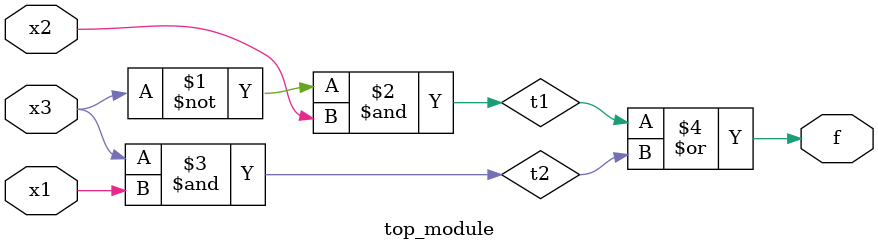
<source format=v>
module top_module( 
    input x3,
    input x2,
    input x1,  // three inputs
    output f   // one output
);
    wire t1,t2;
    and(t1,~x3,x2);
    and(t2,x3,x1);
    or(f,t1,t2);

endmodule


</source>
